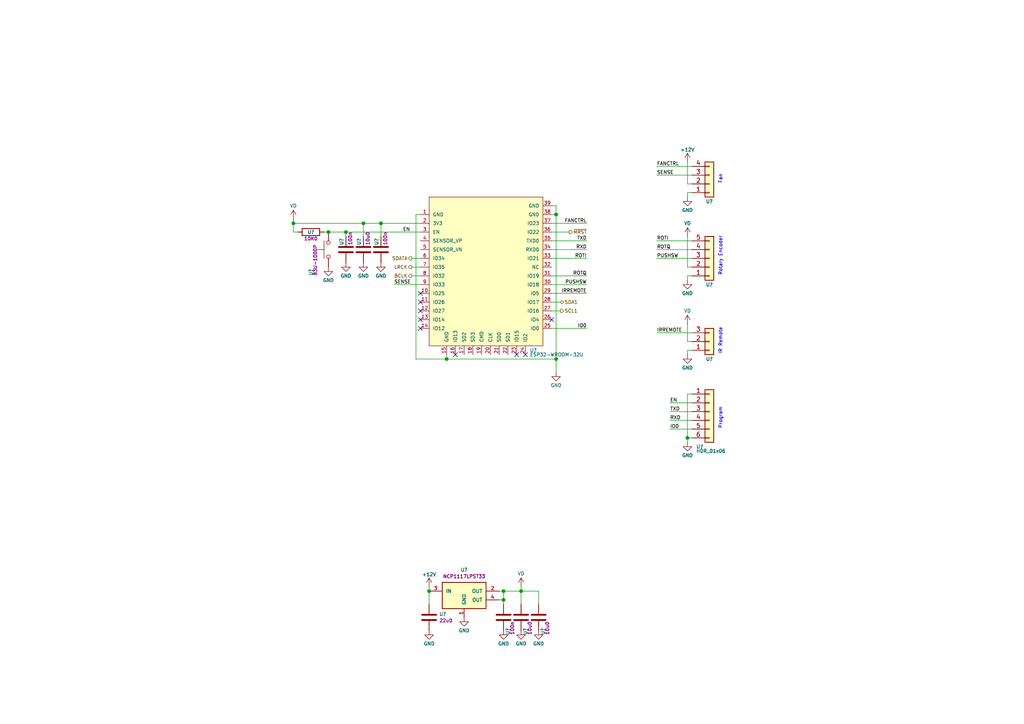
<source format=kicad_sch>
(kicad_sch (version 20211123) (generator eeschema)
  (paper "A4")
  (title_block (title "freeDSP Aurora") (date "24.7.2018") (rev "1.0.0") (company "auverdion"))
  (lib_symbols
    (symbol "Connector_Generic:Conn_01x06" (pin_names (offset 1.016) hide)
      (property "Reference" "J" (at 0 7.62 0))
      (property "Value" "Conn_01x06" (at 0 -10.16 0))
      (symbol "Conn_01x06_1_1"
        (rectangle (start -1.27 -7.493) (end 0 -7.747) (stroke (width 0.1524)))
        (rectangle (start -1.27 -4.953) (end 0 -5.207) (stroke (width 0.1524)))
        (rectangle (start -1.27 -2.413) (end 0 -2.667) (stroke (width 0.1524)))
        (rectangle (start -1.27 0.127) (end 0 -0.127) (stroke (width 0.1524)))
        (rectangle (start -1.27 2.667) (end 0 2.413) (stroke (width 0.1524)))
        (rectangle (start -1.27 5.207) (end 0 4.953) (stroke (width 0.1524)))
        (rectangle (start -1.27 6.35) (end 1.27 -8.89) (stroke (width 0.254)) (fill (type background)))
        (pin passive line (at -5.08 5.08 0) (length 3.81) (name "Pin_1") (number "1"))
        (pin passive line (at -5.08 2.54 0) (length 3.81) (name "Pin_2") (number "2"))
        (pin passive line (at -5.08 0 0) (length 3.81) (name "Pin_3") (number "3"))
        (pin passive line (at -5.08 -2.54 0) (length 3.81) (name "Pin_4") (number "4"))
        (pin passive line (at -5.08 -5.08 0) (length 3.81) (name "Pin_5") (number "5"))
        (pin passive line (at -5.08 -7.62 0) (length 3.81) (name "Pin_6") (number "6"))
      )
    )
    (symbol "Switch:SW_Push" (pin_numbers hide) (pin_names (offset 1.016) hide)
      (property "Reference" "SW" (at 1.27 2.54 0))
      (property "Value" "SW_Push" (at 0 -1.524 0))
      (symbol "SW_Push_0_1"
        (circle (center -2.032 0) (radius 0.508))
        (polyline (pts (xy 0 1.27) (xy 0 3.048)))
        (polyline (pts (xy 2.54 1.27) (xy -2.54 1.27)))
        (circle (center 2.032 0) (radius 0.508))
        (pin passive line (at -5.08 0 0) (length 2.54) (name "1") (number "1"))
        (pin passive line (at 5.08 0 180) (length 2.54) (name "2") (number "2"))
      )
    )
    (symbol "freeDSP-aurora-rescue:+12V" (power) (pin_names (offset 0))
      (property "Value" "+12V" (at 0 3.556 0))
      (symbol "+12V_0_1"
        (polyline (pts (xy -0.762 1.27) (xy 0 2.54)))
        (polyline (pts (xy 0 0) (xy 0 2.54)))
        (polyline (pts (xy 0 2.54) (xy 0.762 1.27)))
      )
      (symbol "+12V_1_1"
        (pin power_in line (at 0 0 90) (length 0) hide (name "+12V") (number "1"))
      )
    )
    (symbol "freeDSP-aurora-rescue:CAP_100n_50V_X7R_0805" (pin_numbers hide) (pin_names (offset 0.254))
      (property "Reference" "C" (at 1.27 1.27 0))
      (property "Value1" "100n" (at 1.27 -1.27 0))
      (symbol "CAP_100n_50V_X7R_0805_0_1"
        (polyline (pts (xy -0.762 -2.032) (xy -0.762 2.032)) (stroke (width 0.508)))
        (polyline (pts (xy 0.762 -2.032) (xy 0.762 2.032)) (stroke (width 0.508)))
      )
      (symbol "CAP_100n_50V_X7R_0805_1_1"
        (pin passive line (at -3.81 0 0) (length 2.794) (name "~") (number "1"))
        (pin passive line (at 3.81 0 180) (length 2.794) (name "~") (number "2"))
      )
    )
    (symbol "freeDSP-aurora-rescue:CAP_100n_50V_X7R_0805-rk" (pin_numbers hide) (pin_names (offset 0.254))
      (property "Reference" "C" (at 1.27 1.27 0))
      (property "Value1" "100n" (at 1.27 -1.27 0))
      (symbol "CAP_100n_50V_X7R_0805-rk_0_1"
        (polyline (pts (xy -0.762 -2.032) (xy -0.762 2.032)) (stroke (width 0.508)))
        (polyline (pts (xy 0.762 -2.032) (xy 0.762 2.032)) (stroke (width 0.508)))
      )
      (symbol "CAP_100n_50V_X7R_0805-rk_1_1"
        (pin passive line (at -3.81 0 0) (length 2.794) (name "~") (number "1"))
        (pin passive line (at 3.81 0 180) (length 2.794) (name "~") (number "2"))
      )
    )
    (symbol "freeDSP-aurora-rescue:CAP_10u0_25V_X5R_0805" (pin_numbers hide) (pin_names (offset 0.254))
      (property "Reference" "C" (at 1.27 1.27 0))
      (property "Value1" "10u0" (at 1.27 -1.27 0))
      (symbol "CAP_10u0_25V_X5R_0805_0_1"
        (polyline (pts (xy -0.762 -2.032) (xy -0.762 2.032)) (stroke (width 0.508)))
        (polyline (pts (xy 0.762 -2.032) (xy 0.762 2.032)) (stroke (width 0.508)))
      )
      (symbol "CAP_10u0_25V_X5R_0805_1_1"
        (pin passive line (at -3.81 0 0) (length 2.794) (name "~") (number "1"))
        (pin passive line (at 3.81 0 180) (length 2.794) (name "~") (number "2"))
      )
    )
    (symbol "freeDSP-aurora-rescue:CAP_10u0_25V_X5R_0805-rk" (pin_numbers hide) (pin_names (offset 0.254))
      (property "Reference" "C" (at 1.27 1.27 0))
      (property "Value1" "10u0" (at 1.27 -1.27 0))
      (symbol "CAP_10u0_25V_X5R_0805-rk_0_1"
        (polyline (pts (xy -0.762 -2.032) (xy -0.762 2.032)) (stroke (width 0.508)))
        (polyline (pts (xy 0.762 -2.032) (xy 0.762 2.032)) (stroke (width 0.508)))
      )
      (symbol "CAP_10u0_25V_X5R_0805-rk_1_1"
        (pin passive line (at -3.81 0 0) (length 2.794) (name "~") (number "1"))
        (pin passive line (at 3.81 0 180) (length 2.794) (name "~") (number "2"))
      )
    )
    (symbol "freeDSP-aurora-rescue:CAP_22u0_10V_X5R_0805-rk" (pin_numbers hide) (pin_names (offset 0.254))
      (property "Reference" "C" (at 1.27 1.27 0))
      (property "Value1" "22u0" (at 1.27 -1.27 0))
      (symbol "CAP_22u0_10V_X5R_0805-rk_0_1"
        (polyline (pts (xy -0.762 -2.032) (xy -0.762 2.032)) (stroke (width 0.508)))
        (polyline (pts (xy 0.762 -2.032) (xy 0.762 2.032)) (stroke (width 0.508)))
      )
      (symbol "CAP_22u0_10V_X5R_0805-rk_1_1"
        (pin passive line (at -3.81 0 0) (length 2.794) (name "~") (number "1"))
        (pin passive line (at 3.81 0 180) (length 2.794) (name "~") (number "2"))
      )
    )
    (symbol "freeDSP-aurora-rescue:Conn_01x03" (pin_names (offset 1.016) hide)
      (property "Reference" "J" (at 0 5.08 0))
      (property "Value" "Conn_01x03" (at 0 -5.08 0))
      (symbol "Conn_01x03_1_1"
        (rectangle (start -1.27 -2.413) (end 0 -2.667) (stroke (width 0.1524)))
        (rectangle (start -1.27 0.127) (end 0 -0.127) (stroke (width 0.1524)))
        (rectangle (start -1.27 2.667) (end 0 2.413) (stroke (width 0.1524)))
        (rectangle (start -1.27 3.81) (end 1.27 -3.81) (stroke (width 0.254)) (fill (type background)))
        (pin passive line (at -5.08 2.54 0) (length 3.81) (name "Pin_1") (number "1"))
        (pin passive line (at -5.08 0 0) (length 3.81) (name "Pin_2") (number "2"))
        (pin passive line (at -5.08 -2.54 0) (length 3.81) (name "Pin_3") (number "3"))
      )
    )
    (symbol "freeDSP-aurora-rescue:Conn_01x04" (pin_names (offset 1.016) hide)
      (property "Reference" "J" (at 0 5.08 0))
      (property "Value" "Conn_01x04" (at 0 -7.62 0))
      (symbol "Conn_01x04_1_1"
        (rectangle (start -1.27 -4.953) (end 0 -5.207) (stroke (width 0.1524)))
        (rectangle (start -1.27 -2.413) (end 0 -2.667) (stroke (width 0.1524)))
        (rectangle (start -1.27 0.127) (end 0 -0.127) (stroke (width 0.1524)))
        (rectangle (start -1.27 2.667) (end 0 2.413) (stroke (width 0.1524)))
        (rectangle (start -1.27 3.81) (end 1.27 -6.35) (stroke (width 0.254)) (fill (type background)))
        (pin passive line (at -5.08 2.54 0) (length 3.81) (name "Pin_1") (number "1"))
        (pin passive line (at -5.08 0 0) (length 3.81) (name "Pin_2") (number "2"))
        (pin passive line (at -5.08 -2.54 0) (length 3.81) (name "Pin_3") (number "3"))
        (pin passive line (at -5.08 -5.08 0) (length 3.81) (name "Pin_4") (number "4"))
      )
    )
    (symbol "freeDSP-aurora-rescue:Conn_01x05" (pin_names (offset 1.016) hide)
      (property "Reference" "J" (at 0 7.62 0))
      (property "Value" "Conn_01x05" (at 0 -7.62 0))
      (symbol "Conn_01x05_1_1"
        (rectangle (start -1.27 -4.953) (end 0 -5.207) (stroke (width 0.1524)))
        (rectangle (start -1.27 -2.413) (end 0 -2.667) (stroke (width 0.1524)))
        (rectangle (start -1.27 0.127) (end 0 -0.127) (stroke (width 0.1524)))
        (rectangle (start -1.27 2.667) (end 0 2.413) (stroke (width 0.1524)))
        (rectangle (start -1.27 5.207) (end 0 4.953) (stroke (width 0.1524)))
        (rectangle (start -1.27 6.35) (end 1.27 -6.35) (stroke (width 0.254)) (fill (type background)))
        (pin passive line (at -5.08 5.08 0) (length 3.81) (name "Pin_1") (number "1"))
        (pin passive line (at -5.08 2.54 0) (length 3.81) (name "Pin_2") (number "2"))
        (pin passive line (at -5.08 0 0) (length 3.81) (name "Pin_3") (number "3"))
        (pin passive line (at -5.08 -2.54 0) (length 3.81) (name "Pin_4") (number "4"))
        (pin passive line (at -5.08 -5.08 0) (length 3.81) (name "Pin_5") (number "5"))
      )
    )
    (symbol "freeDSP-aurora-rescue:ESP32-WROOM-32U" (pin_names (offset 1.016))
      (property "Reference" "IC" (at 11.43 -24.13 0))
      (property "Value" "ESP32-WROOM-32U" (at 11.43 -25.4 0))
      (symbol "ESP32-WROOM-32U_0_1"
        (rectangle (start -17.78 -22.86) (end 15.24 20.32) (fill (type background)))
      )
      (symbol "ESP32-WROOM-32U_1_1"
        (pin input line (at -20.32 15.24 0) (length 2.54) (name "GND") (number "1"))
        (pin input line (at -20.32 -7.62 0) (length 2.54) (name "IO25") (number "10"))
        (pin input line (at -20.32 -10.16 0) (length 2.54) (name "IO26") (number "11"))
        (pin input line (at -20.32 -12.7 0) (length 2.54) (name "IO27") (number "12"))
        (pin input line (at -20.32 -15.24 0) (length 2.54) (name "IO14") (number "13"))
        (pin input line (at -20.32 -17.78 0) (length 2.54) (name "IO12") (number "14"))
        (pin input line (at -12.7 -25.4 90) (length 2.54) (name "GND") (number "15"))
        (pin input line (at -10.16 -25.4 90) (length 2.54) (name "IO13") (number "16"))
        (pin input line (at -7.62 -25.4 90) (length 2.54) (name "SD2") (number "17"))
        (pin input line (at -5.08 -25.4 90) (length 2.54) (name "SD3") (number "18"))
        (pin input line (at -2.54 -25.4 90) (length 2.54) (name "CMD") (number "19"))
        (pin input line (at -20.32 12.7 0) (length 2.54) (name "3V3") (number "2"))
        (pin input line (at 0 -25.4 90) (length 2.54) (name "CLK") (number "20"))
        (pin input line (at 2.54 -25.4 90) (length 2.54) (name "SD0") (number "21"))
        (pin input line (at 5.08 -25.4 90) (length 2.54) (name "SD1") (number "22"))
        (pin input line (at 7.62 -25.4 90) (length 2.54) (name "IO15") (number "23"))
        (pin input line (at 10.16 -25.4 90) (length 2.54) (name "IO2") (number "24"))
        (pin input line (at 17.78 -17.78 180) (length 2.54) (name "IO0") (number "25"))
        (pin input line (at 17.78 -15.24 180) (length 2.54) (name "IO4") (number "26"))
        (pin input line (at 17.78 -12.7 180) (length 2.54) (name "IO16") (number "27"))
        (pin input line (at 17.78 -10.16 180) (length 2.54) (name "IO17") (number "28"))
        (pin input line (at 17.78 -7.62 180) (length 2.54) (name "IO5") (number "29"))
        (pin input line (at -20.32 10.16 0) (length 2.54) (name "EN") (number "3"))
        (pin input line (at 17.78 -5.08 180) (length 2.54) (name "IO18") (number "30"))
        (pin input line (at 17.78 -2.54 180) (length 2.54) (name "IO19") (number "31"))
        (pin input line (at 17.78 0 180) (length 2.54) (name "NC") (number "32"))
        (pin input line (at 17.78 2.54 180) (length 2.54) (name "IO21") (number "33"))
        (pin input line (at 17.78 5.08 180) (length 2.54) (name "RXD0") (number "34"))
        (pin input line (at 17.78 7.62 180) (length 2.54) (name "TXD0") (number "35"))
        (pin input line (at 17.78 10.16 180) (length 2.54) (name "IO22") (number "36"))
        (pin input line (at 17.78 12.7 180) (length 2.54) (name "IO23") (number "37"))
        (pin input line (at 17.78 15.24 180) (length 2.54) (name "GND") (number "38"))
        (pin input line (at 17.78 17.78 180) (length 2.54) (name "GND") (number "39"))
        (pin input line (at -20.32 7.62 0) (length 2.54) (name "SENSOR_VP") (number "4"))
        (pin input line (at -20.32 5.08 0) (length 2.54) (name "SENSOR_VN") (number "5"))
        (pin input line (at -20.32 2.54 0) (length 2.54) (name "IO34") (number "6"))
        (pin input line (at -20.32 0 0) (length 2.54) (name "IO35") (number "7"))
        (pin input line (at -20.32 -2.54 0) (length 2.54) (name "IO32") (number "8"))
        (pin input line (at -20.32 -5.08 0) (length 2.54) (name "IO33") (number "9"))
      )
    )
    (symbol "freeDSP-aurora-rescue:GND" (power) (pin_names (offset 0))
      (property "Value" "GND" (at 0 -3.81 0))
      (symbol "GND_0_1"
        (polyline (pts (xy 0 0) (xy 0 -1.27) (xy 1.27 -1.27) (xy 0 -2.54) (xy -1.27 -1.27) (xy 0 -1.27)))
      )
      (symbol "GND_1_1"
        (pin power_in line (at 0 0 270) (length 0) hide (name "GND") (number "1"))
      )
    )
    (symbol "freeDSP-aurora-rescue:IC_NCP1117LPST33-rk" (pin_names (offset 1.016))
      (property "Reference" "IC" (at -5.08 6.35 0))
      (property "Value1" "NCP1117LPST33" (at -6.35 5.08 0))
      (symbol "IC_NCP1117LPST33-rk_0_1"
        (rectangle (start -6.35 3.81) (end 6.35 -3.81) (stroke (width 0.254)) (fill (type background)))
      )
      (symbol "IC_NCP1117LPST33-rk_1_1"
        (pin input line (at 0 -6.35 90) (length 2.54) (name "GND") (number "1"))
        (pin power_out line (at 10.16 1.27 180) (length 3.81) (name "OUT") (number "2"))
        (pin input line (at -10.16 1.27 0) (length 3.81) (name "IN") (number "3"))
        (pin passive line (at 10.16 -1.27 180) (length 3.81) (name "OUT") (number "4"))
      )
    )
    (symbol "freeDSP-aurora-rescue:RES_10K0_1%_0.125W_Thick_0805" (pin_numbers hide) (pin_names (offset 0))
      (property "Reference" "R" (at 0 0 0))
      (property "Value1" "10K0" (at 0 -1.905 0))
      (symbol "RES_10K0_1%_0.125W_Thick_0805_0_1"
        (rectangle (start 2.54 -1.016) (end -2.54 1.016) (stroke (width 0.254)))
      )
      (symbol "RES_10K0_1%_0.125W_Thick_0805_1_1"
        (pin passive line (at -3.81 0 0) (length 1.27) (name "~") (number "1"))
        (pin passive line (at 3.81 0 180) (length 1.27) (name "~") (number "2"))
      )
    )
    (symbol "power:VD" (power) (pin_names (offset 0))
      (property "Value" "VD" (at 0 3.81 0))
      (symbol "VD_0_1"
        (polyline (pts (xy -0.762 1.27) (xy 0 2.54)))
        (polyline (pts (xy 0 0) (xy 0 2.54)))
        (polyline (pts (xy 0 2.54) (xy 0.762 1.27)))
      )
      (symbol "VD_1_1"
        (pin power_in line (at 0 0 90) (length 0) hide (name "VD") (number "1"))
      )
    )
  )
  (junction (at 110.49 64.77))
  (junction (at 199.39 127))
  (junction (at 105.41 64.77))
  (junction (at 124.46 171.45))
  (junction (at 161.29 62.23))
  (junction (at 100.33 67.31))
  (junction (at 161.29 104.14))
  (junction (at 95.25 67.31))
  (junction (at 146.05 171.45))
  (junction (at 85.09 64.77))
  (junction (at 146.05 173.99))
  (junction (at 151.13 171.45))
  (junction (at 129.54 104.14))
  (no_connect (at 121.92 92.71))
  (no_connect (at 121.92 87.63))
  (no_connect (at 160.02 92.71))
  (no_connect (at 132.08 102.87))
  (no_connect (at 121.92 95.25))
  (no_connect (at 121.92 90.17))
  (no_connect (at 152.4 102.87))
  (no_connect (at 121.92 85.09))
  (no_connect (at 149.86 102.87))
  (wire (pts (xy 146.05 171.45) (xy 146.05 173.99)))
  (wire (pts (xy 160.02 82.55) (xy 170.18 82.55)))
  (wire (pts (xy 200.66 80.01) (xy 199.39 80.01)))
  (wire (pts (xy 160.02 64.77) (xy 170.18 64.77)))
  (wire (pts (xy 120.65 62.23) (xy 121.92 62.23)))
  (wire (pts (xy 200.66 119.38) (xy 194.31 119.38)))
  (wire (pts (xy 144.78 173.99) (xy 146.05 173.99)))
  (wire (pts (xy 124.46 171.45) (xy 124.46 175.26)))
  (wire (pts (xy 199.39 77.47) (xy 199.39 68.58)))
  (wire (pts (xy 100.33 67.31) (xy 121.92 67.31)))
  (wire (pts (xy 85.09 67.31) (xy 86.36 67.31)))
  (wire (pts (xy 151.13 171.45) (xy 156.21 171.45)))
  (wire (pts (xy 160.02 87.63) (xy 162.56 87.63)))
  (wire (pts (xy 119.38 74.93) (xy 121.92 74.93)))
  (wire (pts (xy 199.39 99.06) (xy 199.39 93.98)))
  (wire (pts (xy 160.02 72.39) (xy 170.18 72.39)))
  (wire (pts (xy 100.33 67.31) (xy 100.33 68.58)))
  (wire (pts (xy 120.65 104.14) (xy 120.65 62.23)))
  (wire (pts (xy 161.29 59.69) (xy 161.29 62.23)))
  (wire (pts (xy 151.13 171.45) (xy 151.13 175.26)))
  (wire (pts (xy 161.29 59.69) (xy 160.02 59.69)))
  (wire (pts (xy 200.66 121.92) (xy 194.31 121.92)))
  (wire (pts (xy 95.25 67.31) (xy 100.33 67.31)))
  (wire (pts (xy 119.38 77.47) (xy 121.92 77.47)))
  (wire (pts (xy 95.25 67.31) (xy 93.98 67.31)))
  (wire (pts (xy 105.41 64.77) (xy 110.49 64.77)))
  (wire (pts (xy 85.09 64.77) (xy 85.09 67.31)))
  (wire (pts (xy 200.66 101.6) (xy 199.39 101.6)))
  (wire (pts (xy 200.66 96.52) (xy 190.5 96.52)))
  (wire (pts (xy 200.66 124.46) (xy 194.31 124.46)))
  (wire (pts (xy 129.54 102.87) (xy 129.54 104.14)))
  (wire (pts (xy 146.05 173.99) (xy 146.05 175.26)))
  (wire (pts (xy 156.21 171.45) (xy 156.21 175.26)))
  (wire (pts (xy 161.29 104.14) (xy 129.54 104.14)))
  (wire (pts (xy 146.05 171.45) (xy 151.13 171.45)))
  (wire (pts (xy 199.39 114.3) (xy 199.39 127)))
  (wire (pts (xy 200.66 99.06) (xy 199.39 99.06)))
  (wire (pts (xy 200.66 116.84) (xy 194.31 116.84)))
  (wire (pts (xy 160.02 69.85) (xy 170.18 69.85)))
  (wire (pts (xy 199.39 80.01) (xy 199.39 81.28)))
  (wire (pts (xy 160.02 90.17) (xy 162.56 90.17)))
  (wire (pts (xy 200.66 74.93) (xy 190.5 74.93)))
  (wire (pts (xy 199.39 101.6) (xy 199.39 102.87)))
  (wire (pts (xy 105.41 64.77) (xy 105.41 68.58)))
  (wire (pts (xy 200.66 48.26) (xy 190.5 48.26)))
  (wire (pts (xy 200.66 72.39) (xy 190.5 72.39)))
  (wire (pts (xy 161.29 104.14) (xy 161.29 107.95)))
  (wire (pts (xy 121.92 82.55) (xy 114.3 82.55)))
  (wire (pts (xy 199.39 127) (xy 199.39 128.27)))
  (wire (pts (xy 161.29 62.23) (xy 161.29 104.14)))
  (wire (pts (xy 110.49 64.77) (xy 121.92 64.77)))
  (wire (pts (xy 161.29 62.23) (xy 160.02 62.23)))
  (wire (pts (xy 110.49 64.77) (xy 110.49 68.58)))
  (wire (pts (xy 119.38 80.01) (xy 121.92 80.01)))
  (wire (pts (xy 200.66 69.85) (xy 190.5 69.85)))
  (wire (pts (xy 200.66 50.8) (xy 190.5 50.8)))
  (wire (pts (xy 200.66 77.47) (xy 199.39 77.47)))
  (wire (pts (xy 200.66 114.3) (xy 199.39 114.3)))
  (wire (pts (xy 85.09 64.77) (xy 105.41 64.77)))
  (wire (pts (xy 85.09 63.5) (xy 85.09 64.77)))
  (wire (pts (xy 129.54 104.14) (xy 120.65 104.14)))
  (wire (pts (xy 199.39 55.88) (xy 199.39 57.15)))
  (wire (pts (xy 200.66 55.88) (xy 199.39 55.88)))
  (wire (pts (xy 160.02 85.09) (xy 170.18 85.09)))
  (wire (pts (xy 151.13 170.18) (xy 151.13 171.45)))
  (wire (pts (xy 160.02 67.31) (xy 165.1 67.31)))
  (wire (pts (xy 144.78 171.45) (xy 146.05 171.45)))
  (wire (pts (xy 199.39 53.34) (xy 199.39 46.99)))
  (wire (pts (xy 124.46 170.18) (xy 124.46 171.45)))
  (wire (pts (xy 160.02 80.01) (xy 170.18 80.01)))
  (wire (pts (xy 200.66 127) (xy 199.39 127)))
  (wire (pts (xy 160.02 95.25) (xy 170.18 95.25)))
  (wire (pts (xy 160.02 74.93) (xy 170.18 74.93)))
  (wire (pts (xy 200.66 53.34) (xy 199.39 53.34)))
  (text "Fan" (at 209.55 53.34 90) (effects (font (size 0.9906 0.9906)) (justify left bottom)))
  (text "Rotary Encoder" (at 209.55 80.01 90) (effects (font (size 0.9906 0.9906)) (justify left bottom)))
  (text "Program" (at 209.55 124.46 90) (effects (font (size 0.9906 0.9906)) (justify left bottom)))
  (text "IR Remote" (at 209.55 102.87 90) (effects (font (size 0.9906 0.9906)) (justify left bottom)))
  (label "EN" (at 116.84 67.31 0) (effects (font (size 0.9906 0.9906))))
  (label "EN" (at 194.31 116.84 0) (effects (font (size 0.9906 0.9906))))
  (label "TXD" (at 194.31 119.38 0) (effects (font (size 0.9906 0.9906))))
  (label "FANCTRL" (at 170.18 64.77 180) (effects (font (size 0.9906 0.9906))))
  (label "FANCTRL" (at 190.5 48.26 0) (effects (font (size 0.9906 0.9906))))
  (label "PUSHSW" (at 190.5 74.93 0) (effects (font (size 0.9906 0.9906))))
  (label "ROTI" (at 190.5 69.85 0) (effects (font (size 0.9906 0.9906))))
  (label "SENSE" (at 190.5 50.8 0) (effects (font (size 0.9906 0.9906))))
  (label "IO0" (at 170.18 95.25 180) (effects (font (size 0.9906 0.9906))))
  (label "RXD" (at 170.18 72.39 180) (effects (font (size 0.9906 0.9906))))
  (label "IRREMOTE" (at 190.5 96.52 0) (effects (font (size 0.9906 0.9906))))
  (label "TXD" (at 170.18 69.85 180) (effects (font (size 0.9906 0.9906))))
  (label "PUSHSW" (at 170.18 82.55 180) (effects (font (size 0.9906 0.9906))))
  (label "ROTI" (at 170.18 74.93 180) (effects (font (size 0.9906 0.9906))))
  (label "IO0" (at 194.31 124.46 0) (effects (font (size 0.9906 0.9906))))
  (label "ROTQ" (at 190.5 72.39 0) (effects (font (size 0.9906 0.9906))))
  (label "RXD" (at 194.31 121.92 0) (effects (font (size 0.9906 0.9906))))
  (label "IRREMOTE" (at 170.18 85.09 180) (effects (font (size 0.9906 0.9906))))
  (label "ROTQ" (at 170.18 80.01 180) (effects (font (size 0.9906 0.9906))))
  (label "SENSE" (at 114.3 82.55 0) (effects (font (size 0.9906 0.9906))))
  (hierarchical_label "LRCK" (shape output) (at 119.38 77.47 180) (effects (font (size 0.9906 0.9906))))
  (hierarchical_label "SDATA" (shape output) (at 119.38 74.93 180) (effects (font (size 0.9906 0.9906))))
  (hierarchical_label "SCL1" (shape output) (at 162.56 90.17 0) (effects (font (size 0.9906 0.9906))))
  (hierarchical_label "BCLK" (shape output) (at 119.38 80.01 180) (effects (font (size 0.9906 0.9906))))
  (hierarchical_label "~{MRST}" (shape output) (at 165.1 67.31 0) (effects (font (size 0.9906 0.9906))))
  (hierarchical_label "SDA1" (shape bidirectional) (at 162.56 87.63 0) (effects (font (size 0.9906 0.9906))))
  (symbol (lib_id "freeDSP-aurora-rescue:Conn_01x04") (at 205.74 53.34 0) (mirror x) (unit 1)
    (property "Value" "Conn_01x04" (effects hide))
    (property "Footprint" "rklib:Molex_KK254_0022032041" (effects hide))
    (property "Value1" "KK254-01x04" (effects hide))
    (property "Value2" "-" (effects hide))
    (property "digikey" "WM4202-ND" (effects hide))
    (property "Manufacturer" "Molex, LLC" (effects hide))
    (property "pn" "0022232041" (effects hide))
  )
  (symbol (lib_id "freeDSP-aurora-rescue:GND") (at 199.39 57.15 0) (unit 1)
    (property "Reference" "#PWR0294" (effects hide))
    (property "Value" "GND" (at 199.39 60.96 0) (effects (font (size 0.9906 0.9906))))
  )
  (symbol (lib_id "freeDSP-aurora-rescue:+12V") (at 199.39 46.99 0) (unit 1)
    (property "Value" "+12V" (at 199.39 43.434 0) (effects (font (size 0.9906 0.9906))))
  )
  (symbol (lib_id "freeDSP-aurora-rescue:Conn_01x05") (at 205.74 74.93 0) (mirror x) (unit 1)
    (property "Value" "Conn_01x05" (effects hide))
    (property "Footprint" "rklib:Molex_PicoBlade_530470510" (effects hide))
    (property "Value1" "PB-01x05" (effects hide))
    (property "Value2" "-" (effects hide))
    (property "digikey" "WM1734-ND" (effects hide))
    (property "Manufacturer" "Molex, LLC" (effects hide))
    (property "pn" "0530470510" (effects hide))
  )
  (symbol (lib_id "freeDSP-aurora-rescue:GND") (at 199.39 81.28 0) (unit 1)
    (property "Reference" "#PWR0296" (effects hide))
    (property "Value" "GND" (at 199.39 85.09 0) (effects (font (size 0.9906 0.9906))))
  )
  (symbol (lib_id "freeDSP-aurora-rescue:GND") (at 199.39 102.87 0) (unit 1)
    (property "Reference" "#PWR0297" (effects hide))
    (property "Value" "GND" (at 199.39 106.68 0) (effects (font (size 0.9906 0.9906))))
  )
  (symbol (lib_id "freeDSP-aurora-rescue:ESP32-WROOM-32U") (at 142.24 77.47 0) (unit 1)
    (property "Value" "ESP32-WROOM-32U" (at 153.67 102.87 0) (effects (font (size 0.9906 0.9906)) (justify left)))
    (property "Footprint" "rklib:ESP32-WROOM-32U" (effects hide))
    (property "Value1" "ESP32-WROOM-32U" (effects hide))
    (property "Value2" "Module" (effects hide))
    (property "digikey" "1904-1026-1-ND" (effects hide))
    (property "Manufacturer" "Espressif Systems" (effects hide))
    (property "pn" "ESP32-WROOM-32U" (effects hide))
  )
  (symbol (lib_id "freeDSP-aurora-rescue:GND") (at 161.29 107.95 0) (unit 1)
    (property "Reference" "#PWR0289" (effects hide))
    (property "Value" "GND" (at 161.29 111.76 0) (effects (font (size 0.9906 0.9906))))
  )
  (symbol (lib_id "freeDSP-aurora-rescue:RES_10K0_1%_0.125W_Thick_0805") (at 90.17 67.31 0) (unit 1)
    (property "Value" "RES_10K0_1%_0.125W_Thick_0805" (effects hide))
    (property "Footprint" "rklib:C0805-RES" (effects hide))
    (property "Value1" "10K0" (at 90.17 69.215 0) (effects (font (size 0.9906 0.9906))))
    (property "Value2" "1% 0.125W Thick" (effects hide))
    (property "digikey" "311-10.0KCRCT-ND" (effects hide))
    (property "Manufacturer" "Yageo" (effects hide))
    (property "pn" "RC0805FR-0710KL" (effects hide))
  )
  (symbol (lib_id "freeDSP-aurora-rescue:CAP_100n_50V_X7R_0805") (at 100.33 72.39 90) (unit 1)
    (property "Value" "CAP_100n_50V_X7R_0805" (effects hide))
    (property "Footprint" "rklib:C0805-X7R" (effects hide))
    (property "Value1" "100n" (at 101.6 71.12 0) (effects (font (size 0.9906 0.9906)) (justify left)))
    (property "Value2" "5% 50V X7R" (effects hide))
    (property "digikey" "399-1170-1-ND" (effects hide))
    (property "Manufacturer" "KEMET" (effects hide))
    (property "pn" "C0805C104K5RACTU" (effects hide))
  )
  (symbol (lib_id "freeDSP-aurora-rescue:CAP_100n_50V_X7R_0805") (at 110.49 72.39 90) (unit 1)
    (property "Value" "CAP_100n_50V_X7R_0805" (effects hide))
    (property "Footprint" "rklib:C0805-X7R" (effects hide))
    (property "Value1" "100n" (at 111.76 71.12 0) (effects (font (size 0.9906 0.9906)) (justify left)))
    (property "Value2" "5% 50V X7R" (effects hide))
    (property "digikey" "399-1170-1-ND" (effects hide))
    (property "Manufacturer" "KEMET" (effects hide))
    (property "pn" "C0805C104K5RACTU" (effects hide))
  )
  (symbol (lib_id "freeDSP-aurora-rescue:CAP_10u0_25V_X5R_0805") (at 105.41 72.39 90) (unit 1)
    (property "Value" "CAP_10u0_25V_X5R_0805" (effects hide))
    (property "Footprint" "rklib:C0805-X7R" (effects hide))
    (property "Value1" "10u0" (at 106.68 71.12 0) (effects (font (size 0.9906 0.9906)) (justify left)))
    (property "Value2" "20% 25V X5R" (effects hide))
    (property "digikey" "490-10748-1-ND" (effects hide))
    (property "Manufacturer" "Murata Electronics North America" (effects hide))
    (property "pn" "GRM21BR61E106MA73L" (effects hide))
  )
  (symbol (lib_id "freeDSP-aurora-rescue:GND") (at 100.33 76.2 0) (unit 1)
    (property "Reference" "#PWR0291" (effects hide))
    (property "Value" "GND" (at 100.33 80.01 0) (effects (font (size 0.9906 0.9906))))
  )
  (symbol (lib_id "freeDSP-aurora-rescue:GND") (at 105.41 76.2 0) (unit 1)
    (property "Reference" "#PWR0292" (effects hide))
    (property "Value" "GND" (at 105.41 80.01 0) (effects (font (size 0.9906 0.9906))))
  )
  (symbol (lib_id "freeDSP-aurora-rescue:GND") (at 110.49 76.2 0) (unit 1)
    (property "Reference" "#PWR0293" (effects hide))
    (property "Value" "GND" (at 110.49 80.01 0) (effects (font (size 0.9906 0.9906))))
  )
  (symbol (lib_id "freeDSP-aurora-rescue:Conn_01x03") (at 205.74 99.06 0) (mirror x) (unit 1)
    (property "Value" "Conn_01x03" (effects hide))
    (property "Footprint" "rklib:Molex_PicoBlade_530470310" (effects hide))
    (property "Value1" "PB-01x03" (effects hide))
    (property "Value2" "-" (effects hide))
    (property "digikey" "WM1732-ND" (effects hide))
    (property "Manufacturer" "Molex, LLC" (effects hide))
    (property "pn" "0530470310" (effects hide))
  )
  (symbol (lib_id "Connector_Generic:Conn_01x06") (at 205.74 119.38 0) (unit 1)
    (property "Value" "HDR_01x06" (at 201.93 130.81 0) (effects (font (size 0.9906 0.9906)) (justify left)))
    (property "Footprint" "Connector_PinHeader_2.54mm:PinHeader_1x06_P2.54mm_Vertical" (effects hide))
    (property "Value1" "HDR-01x06" (effects hide))
    (property "Value2" "-" (effects hide))
    (property "digikey" "S1011EC-06-ND" (effects hide))
    (property "Manufacturer" "Sullins Connector Solutions" (effects hide))
    (property "pn" "PRPC006SAAN-RC" (effects hide))
  )
  (symbol (lib_id "freeDSP-aurora-rescue:GND") (at 199.39 128.27 0) (unit 1)
    (property "Reference" "#PWR0301" (effects hide))
    (property "Value" "GND" (at 199.39 132.08 0) (effects (font (size 0.9906 0.9906))))
  )
  (symbol (lib_id "Switch:SW_Push") (at 95.25 72.39 90) (unit 1)
    (property "Value" "SW_Push" (effects hide))
    (property "Footprint" "Button_Switch_SMD:SW_SPST_B3U-1000P" (effects hide))
    (property "Value1" "B3U-1000P" (at 91.44 80.01 0) (effects (font (size 0.9906 0.9906)) (justify left)))
    (property "Value2" "SWITCH TACTILE SPST-NO 0.05A 12V" (effects hide))
    (property "digikey" "SW1020CT-ND" (effects hide))
    (property "Manufacturer" "Omron Electronics Inc-EMC Div" (effects hide))
    (property "pn" "B3U-1000P" (effects hide))
  )
  (symbol (lib_id "freeDSP-aurora-rescue:GND") (at 95.25 77.47 0) (unit 1)
    (property "Reference" "#PWR0501" (effects hide))
    (property "Value" "GND" (at 95.25 81.28 0) (effects (font (size 0.9906 0.9906))))
  )
  (symbol (lib_id "freeDSP-aurora-rescue:GND") (at 151.13 182.88 0) (unit 1)
    (property "Value" "GND" (at 151.13 186.69 0) (effects (font (size 0.9906 0.9906))))
  )
  (symbol (lib_id "freeDSP-aurora-rescue:GND") (at 146.05 182.88 0) (unit 1)
    (property "Value" "GND" (at 146.05 186.69 0) (effects (font (size 0.9906 0.9906))))
  )
  (symbol (lib_id "freeDSP-aurora-rescue:GND") (at 134.62 179.07 0) (unit 1)
    (property "Value" "GND" (at 134.62 182.88 0) (effects (font (size 0.9906 0.9906))))
  )
  (symbol (lib_id "freeDSP-aurora-rescue:+12V") (at 124.46 170.18 0) (unit 1)
    (property "Value" "+12V" (at 124.46 166.624 0) (effects (font (size 0.9906 0.9906))))
  )
  (symbol (lib_id "freeDSP-aurora-rescue:GND") (at 124.46 182.88 0) (unit 1)
    (property "Value" "GND" (at 124.46 186.69 0) (effects (font (size 0.9906 0.9906))))
  )
  (symbol (lib_id "freeDSP-aurora-rescue:CAP_100n_50V_X7R_0805-rk") (at 146.05 179.07 270) (unit 1)
    (property "Value" "CAP_100n_50V_X7R_0805" (effects hide))
    (property "Footprint" "rklib:C0805-X7R" (effects hide))
    (property "Value1" "100n" (at 148.59 184.15 0) (effects (font (size 0.9906 0.9906)) (justify right)))
    (property "Value2" "5% 50V X7R" (effects hide))
    (property "digikey" "399-1170-1-ND" (effects hide))
    (property "Manufacturer" "KEMET" (effects hide))
    (property "pn" "C0805C104K5RACTU" (effects hide))
  )
  (symbol (lib_id "freeDSP-aurora-rescue:CAP_10u0_25V_X5R_0805-rk") (at 151.13 179.07 270) (unit 1)
    (property "Value" "CAP_10u0_25V_X5R_0805" (effects hide))
    (property "Footprint" "rklib:C0805-X7R" (effects hide))
    (property "Value1" "10u0" (at 153.67 184.15 0) (effects (font (size 0.9906 0.9906)) (justify right)))
    (property "Value2" "20% 25V X5R" (effects hide))
    (property "digikey" "490-10748-1-ND" (effects hide))
    (property "Manufacturer" "Murata Electronics North America" (effects hide))
    (property "pn" "GRM21BR61E106MA73L" (effects hide))
  )
  (symbol (lib_id "freeDSP-aurora-rescue:IC_NCP1117LPST33-rk") (at 134.62 172.72 0) (unit 1)
    (property "Value" "IC_NCP1117LPST33" (effects hide))
    (property "Footprint" "rklib:SOT223" (effects hide))
    (property "Value1" "NCP1117LPST33" (at 134.62 167.1828 0) (effects (font (size 0.9906 0.9906))))
    (property "digikey" "NCP1117LPST33T3GOSCT-ND" (effects hide))
    (property "Value2" "LDO" (effects hide))
    (property "Manufacturer" "ON Semiconductor" (effects hide))
    (property "pn" "NCP1117LPST33T3G" (effects hide))
  )
  (symbol (lib_id "freeDSP-aurora-rescue:GND") (at 156.21 182.88 0) (unit 1)
    (property "Value" "GND" (at 156.21 186.69 0) (effects (font (size 0.9906 0.9906))))
  )
  (symbol (lib_id "freeDSP-aurora-rescue:CAP_10u0_25V_X5R_0805-rk") (at 156.21 179.07 270) (unit 1)
    (property "Value" "CAP_10u0_25V_X5R_0805" (effects hide))
    (property "Footprint" "rklib:C0805-X7R" (effects hide))
    (property "Value1" "10u0" (at 158.75 184.15 0) (effects (font (size 0.9906 0.9906)) (justify right)))
    (property "Value2" "20% 25V X5R" (effects hide))
    (property "digikey" "490-10748-1-ND" (effects hide))
    (property "Manufacturer" "Murata Electronics North America" (effects hide))
    (property "pn" "GRM21BR61E106MA73L" (effects hide))
  )
  (symbol (lib_id "power:VD") (at 151.13 170.18 0) (unit 1)
    (property "Reference" "#PWR0148" (effects hide))
    (property "Value" "VD" (at 151.13 166.37 0) (effects (font (size 0.9906 0.9906))))
  )
  (symbol (lib_id "power:VD") (at 85.09 63.5 0) (unit 1)
    (property "Reference" "#PWR0149" (effects hide))
    (property "Value" "VD" (at 85.09 59.69 0) (effects (font (size 0.9906 0.9906))))
  )
  (symbol (lib_id "power:VD") (at 199.39 93.98 0) (unit 1)
    (property "Reference" "#PWR0150" (effects hide))
    (property "Value" "VD" (at 199.39 90.17 0) (effects (font (size 0.9906 0.9906))))
  )
  (symbol (lib_id "power:VD") (at 199.39 68.58 0) (unit 1)
    (property "Reference" "#PWR0290" (effects hide))
    (property "Value" "VD" (at 199.39 64.77 0) (effects (font (size 0.9906 0.9906))))
  )
  (symbol (lib_id "freeDSP-aurora-rescue:CAP_22u0_10V_X5R_0805-rk") (at 124.46 179.07 270) (unit 1)
    (property "Value" "CAP_22u0_10V_X5R_0805" (effects hide))
    (property "Footprint" "rklib:C0805-X7R" (effects hide))
    (property "Value1" "22u0" (at 127.381 180.0098 90) (effects (font (size 0.9906 0.9906)) (justify left)))
    (property "Value2" "20% 10V X5R" (effects hide))
    (property "digikey" "490-10511-1-ND" (effects hide))
    (property "Manufacturer" "Murata Electronics North America" (effects hide))
    (property "pn" "GRM21BR61A226ME51L" (effects hide))
  )
)
</source>
